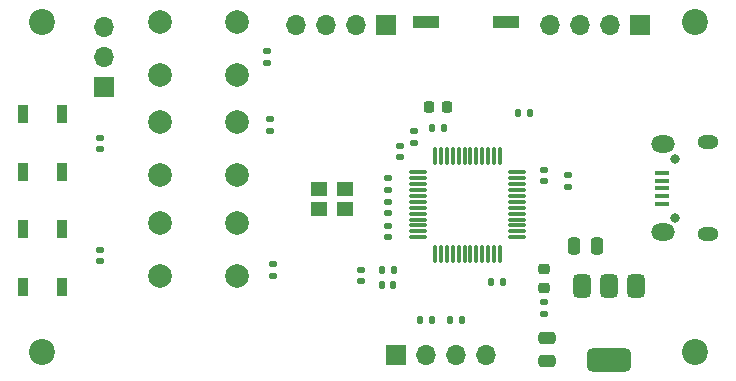
<source format=gbr>
%TF.GenerationSoftware,KiCad,Pcbnew,8.0.2-8.0.2-0~ubuntu22.04.1*%
%TF.CreationDate,2024-05-17T14:26:04+02:00*%
%TF.ProjectId,qclock,71636c6f-636b-42e6-9b69-6361645f7063,rev?*%
%TF.SameCoordinates,Original*%
%TF.FileFunction,Soldermask,Top*%
%TF.FilePolarity,Negative*%
%FSLAX46Y46*%
G04 Gerber Fmt 4.6, Leading zero omitted, Abs format (unit mm)*
G04 Created by KiCad (PCBNEW 8.0.2-8.0.2-0~ubuntu22.04.1) date 2024-05-17 14:26:04*
%MOMM*%
%LPD*%
G01*
G04 APERTURE LIST*
G04 Aperture macros list*
%AMRoundRect*
0 Rectangle with rounded corners*
0 $1 Rounding radius*
0 $2 $3 $4 $5 $6 $7 $8 $9 X,Y pos of 4 corners*
0 Add a 4 corners polygon primitive as box body*
4,1,4,$2,$3,$4,$5,$6,$7,$8,$9,$2,$3,0*
0 Add four circle primitives for the rounded corners*
1,1,$1+$1,$2,$3*
1,1,$1+$1,$4,$5*
1,1,$1+$1,$6,$7*
1,1,$1+$1,$8,$9*
0 Add four rect primitives between the rounded corners*
20,1,$1+$1,$2,$3,$4,$5,0*
20,1,$1+$1,$4,$5,$6,$7,0*
20,1,$1+$1,$6,$7,$8,$9,0*
20,1,$1+$1,$8,$9,$2,$3,0*%
G04 Aperture macros list end*
%ADD10R,2.160000X1.120000*%
%ADD11R,1.400000X1.200000*%
%ADD12RoundRect,0.218750X0.256250X-0.218750X0.256250X0.218750X-0.256250X0.218750X-0.256250X-0.218750X0*%
%ADD13C,2.200000*%
%ADD14RoundRect,0.375000X-0.375000X0.625000X-0.375000X-0.625000X0.375000X-0.625000X0.375000X0.625000X0*%
%ADD15RoundRect,0.500000X-1.400000X0.500000X-1.400000X-0.500000X1.400000X-0.500000X1.400000X0.500000X0*%
%ADD16RoundRect,0.135000X-0.135000X-0.185000X0.135000X-0.185000X0.135000X0.185000X-0.135000X0.185000X0*%
%ADD17RoundRect,0.140000X0.170000X-0.140000X0.170000X0.140000X-0.170000X0.140000X-0.170000X-0.140000X0*%
%ADD18RoundRect,0.135000X0.185000X-0.135000X0.185000X0.135000X-0.185000X0.135000X-0.185000X-0.135000X0*%
%ADD19RoundRect,0.140000X-0.170000X0.140000X-0.170000X-0.140000X0.170000X-0.140000X0.170000X0.140000X0*%
%ADD20O,0.800000X0.800000*%
%ADD21R,1.300000X0.450000*%
%ADD22O,1.800000X1.150000*%
%ADD23O,2.000000X1.450000*%
%ADD24O,1.700000X1.700000*%
%ADD25R,1.700000X1.700000*%
%ADD26RoundRect,0.075000X-0.662500X-0.075000X0.662500X-0.075000X0.662500X0.075000X-0.662500X0.075000X0*%
%ADD27RoundRect,0.075000X-0.075000X-0.662500X0.075000X-0.662500X0.075000X0.662500X-0.075000X0.662500X0*%
%ADD28RoundRect,0.140000X0.140000X0.170000X-0.140000X0.170000X-0.140000X-0.170000X0.140000X-0.170000X0*%
%ADD29RoundRect,0.135000X-0.185000X0.135000X-0.185000X-0.135000X0.185000X-0.135000X0.185000X0.135000X0*%
%ADD30C,2.000000*%
%ADD31RoundRect,0.147500X0.147500X0.172500X-0.147500X0.172500X-0.147500X-0.172500X0.147500X-0.172500X0*%
%ADD32RoundRect,0.225000X-0.225000X-0.250000X0.225000X-0.250000X0.225000X0.250000X-0.225000X0.250000X0*%
%ADD33RoundRect,0.250000X0.250000X0.475000X-0.250000X0.475000X-0.250000X-0.475000X0.250000X-0.475000X0*%
%ADD34R,0.900000X1.500000*%
%ADD35RoundRect,0.250000X0.475000X-0.250000X0.475000X0.250000X-0.475000X0.250000X-0.475000X-0.250000X0*%
%ADD36RoundRect,0.140000X-0.140000X-0.170000X0.140000X-0.170000X0.140000X0.170000X-0.140000X0.170000X0*%
G04 APERTURE END LIST*
D10*
%TO.C,SW1*%
X148000000Y-72000000D03*
X154730000Y-72000000D03*
%TD*%
D11*
%TO.C,Y1*%
X141100000Y-86150000D03*
X138900000Y-86150000D03*
X138900000Y-87850000D03*
X141100000Y-87850000D03*
%TD*%
D12*
%TO.C,D1*%
X158000000Y-94537500D03*
X158000000Y-92962500D03*
%TD*%
D13*
%TO.C,H2*%
X170750000Y-72000000D03*
%TD*%
D14*
%TO.C,U2*%
X165800000Y-94350000D03*
X163500000Y-94350000D03*
D15*
X163500000Y-100650000D03*
D14*
X161200000Y-94350000D03*
%TD*%
D16*
%TO.C,R1*%
X155740000Y-79750000D03*
X156760000Y-79750000D03*
%TD*%
D17*
%TO.C,C3*%
X145750000Y-83480000D03*
X145750000Y-82520000D03*
%TD*%
D18*
%TO.C,R5*%
X160000000Y-86010000D03*
X160000000Y-84990000D03*
%TD*%
D19*
%TO.C,C6*%
X144750000Y-87270000D03*
X144750000Y-88230000D03*
%TD*%
D17*
%TO.C,C1*%
X144750000Y-86210000D03*
X144750000Y-85250000D03*
%TD*%
D18*
%TO.C,R2*%
X135000000Y-93510000D03*
X135000000Y-92490000D03*
%TD*%
D19*
%TO.C,C14*%
X120350000Y-81840000D03*
X120350000Y-82800000D03*
%TD*%
D20*
%TO.C,J3*%
X169100000Y-88600000D03*
X169100000Y-83600000D03*
D21*
X168000000Y-87400000D03*
X168000000Y-86750000D03*
X168000000Y-86100000D03*
X168000000Y-85450000D03*
X168000000Y-84800000D03*
D22*
X171850000Y-89975000D03*
D23*
X168050000Y-89825000D03*
X168050000Y-82375000D03*
D22*
X171850000Y-82225000D03*
%TD*%
D24*
%TO.C,J1*%
X137000000Y-72250000D03*
X139540000Y-72250000D03*
X142080000Y-72250000D03*
D25*
X144620000Y-72250000D03*
%TD*%
D26*
%TO.C,U1*%
X147337500Y-84750000D03*
X147337500Y-85250000D03*
X147337500Y-85750000D03*
X147337500Y-86250000D03*
X147337500Y-86750000D03*
X147337500Y-87250000D03*
X147337500Y-87750000D03*
X147337500Y-88250000D03*
X147337500Y-88750000D03*
X147337500Y-89250000D03*
X147337500Y-89750000D03*
X147337500Y-90250000D03*
D27*
X148750000Y-91662500D03*
X149250000Y-91662500D03*
X149750000Y-91662500D03*
X150250000Y-91662500D03*
X150750000Y-91662500D03*
X151250000Y-91662500D03*
X151750000Y-91662500D03*
X152250000Y-91662500D03*
X152750000Y-91662500D03*
X153250000Y-91662500D03*
X153750000Y-91662500D03*
X154250000Y-91662500D03*
D26*
X155662500Y-90250000D03*
X155662500Y-89750000D03*
X155662500Y-89250000D03*
X155662500Y-88750000D03*
X155662500Y-88250000D03*
X155662500Y-87750000D03*
X155662500Y-87250000D03*
X155662500Y-86750000D03*
X155662500Y-86250000D03*
X155662500Y-85750000D03*
X155662500Y-85250000D03*
X155662500Y-84750000D03*
D27*
X154250000Y-83337500D03*
X153750000Y-83337500D03*
X153250000Y-83337500D03*
X152750000Y-83337500D03*
X152250000Y-83337500D03*
X151750000Y-83337500D03*
X151250000Y-83337500D03*
X150750000Y-83337500D03*
X150250000Y-83337500D03*
X149750000Y-83337500D03*
X149250000Y-83337500D03*
X148750000Y-83337500D03*
%TD*%
D28*
%TO.C,C7*%
X154480000Y-94000000D03*
X153520000Y-94000000D03*
%TD*%
D16*
%TO.C,R7*%
X147490000Y-97250000D03*
X148510000Y-97250000D03*
%TD*%
D13*
%TO.C,H4*%
X115500000Y-100000000D03*
%TD*%
D17*
%TO.C,C9*%
X144750000Y-90230000D03*
X144750000Y-89270000D03*
%TD*%
D29*
%TO.C,R4*%
X134500000Y-74490000D03*
X134500000Y-75510000D03*
%TD*%
D25*
%TO.C,J5*%
X120750000Y-77500000D03*
D24*
X120750000Y-74960000D03*
X120750000Y-72420000D03*
%TD*%
D30*
%TO.C,SW4*%
X125500000Y-72000000D03*
X132000000Y-72000000D03*
X125500000Y-76500000D03*
X132000000Y-76500000D03*
%TD*%
D13*
%TO.C,H3*%
X115500000Y-72000000D03*
%TD*%
%TO.C,H1*%
X170750000Y-100000000D03*
%TD*%
D19*
%TO.C,C10*%
X142500000Y-93000000D03*
X142500000Y-93960000D03*
%TD*%
D30*
%TO.C,SW2*%
X132000000Y-93500000D03*
X125500000Y-93500000D03*
X132000000Y-89000000D03*
X125500000Y-89000000D03*
%TD*%
D28*
%TO.C,C11*%
X145230000Y-94250000D03*
X144270000Y-94250000D03*
%TD*%
D30*
%TO.C,SW3*%
X125500000Y-80500000D03*
X132000000Y-80500000D03*
X125500000Y-85000000D03*
X132000000Y-85000000D03*
%TD*%
D19*
%TO.C,C16*%
X120350000Y-91340000D03*
X120350000Y-92300000D03*
%TD*%
D31*
%TO.C,FB1*%
X145235000Y-93000000D03*
X144265000Y-93000000D03*
%TD*%
D19*
%TO.C,C4*%
X158000000Y-84520000D03*
X158000000Y-85480000D03*
%TD*%
D32*
%TO.C,C2*%
X148225000Y-79250000D03*
X149775000Y-79250000D03*
%TD*%
D25*
%TO.C,J4*%
X145460000Y-100250000D03*
D24*
X148000000Y-100250000D03*
X150540000Y-100250000D03*
X153080000Y-100250000D03*
%TD*%
D29*
%TO.C,R3*%
X134750000Y-80240000D03*
X134750000Y-81260000D03*
%TD*%
D33*
%TO.C,C12*%
X162450000Y-91000000D03*
X160550000Y-91000000D03*
%TD*%
D24*
%TO.C,J2*%
X158460000Y-72250000D03*
X161000000Y-72250000D03*
X163540000Y-72250000D03*
D25*
X166080000Y-72250000D03*
%TD*%
D34*
%TO.C,D2*%
X117150000Y-79800000D03*
X113850000Y-79800000D03*
X113850000Y-84700000D03*
X117150000Y-84700000D03*
%TD*%
D18*
%TO.C,R6*%
X158000000Y-96760000D03*
X158000000Y-95740000D03*
%TD*%
D35*
%TO.C,C13*%
X158250000Y-100700000D03*
X158250000Y-98800000D03*
%TD*%
D36*
%TO.C,C8*%
X148520000Y-81000000D03*
X149480000Y-81000000D03*
%TD*%
D17*
%TO.C,C5*%
X147000000Y-82230000D03*
X147000000Y-81270000D03*
%TD*%
D34*
%TO.C,D4*%
X117150000Y-89550000D03*
X113850000Y-89550000D03*
X113850000Y-94450000D03*
X117150000Y-94450000D03*
%TD*%
D16*
%TO.C,R8*%
X149990000Y-97250000D03*
X151010000Y-97250000D03*
%TD*%
M02*

</source>
